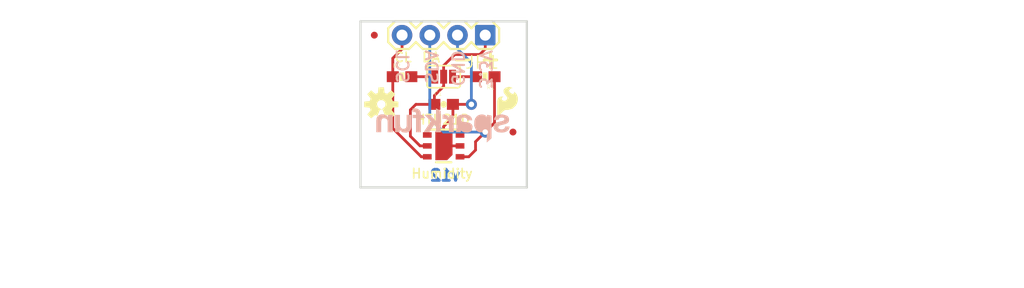
<source format=kicad_pcb>
(kicad_pcb (version 20221018) (generator pcbnew)
  (layers (0 "F.Cu" signal) (31 "B.Cu" signal) (34 "B.Paste" user) (35 "F.Paste" user) (36 "B.SilkS" user "B.Silkscreen") (37 "F.SilkS" user "F.Silkscreen") (38 "B.Mask" user) (39 "F.Mask" user) (44 "Edge.Cuts" user))
  (net 0 "")
  (net 1 "GND")
  (net 2 "SCL")
  (net 3 "SDA")
  (net 4 "3.3V")
  (net 5 "N$1")
  (net 6 "N$2")
  (footprint "working:0603-CAP" (layer "F.Cu") (at 148.5011 105.0036)
    (fp_text reference "C1" (at -0.889 -0.762) (layer "F.SilkS") (effects (font (size 0.373888 0.373888) (thickness 0.032512)) (justify left bottom)))
    (fp_text value "0.1uF")
    (fp_line (start 0 -0.0305) (end 0 0.0305) (stroke (width 0.5588)) (layer "F.SilkS"))
    (pad "1" smd rect (at -0.85 0) (size 1.1 1) (layers "F.Cu" "F.Paste" "F.Mask") (net 4 "3.3V"))
    (pad "2" smd rect (at 0.85 0) (size 1.1 1) (layers "F.Cu" "F.Paste" "F.Mask") (net 1 "GND"))
  )
  (footprint "working:SFE-LOGO-FLAME" (layer "F.Cu") (at 153.42235 106.2101)
    (fp_text reference "LOGO1" hide)
    (fp_text value "LOGO-SFESK" hide)
    (fp_poly (pts (xy 1.126002 -2.808203) (xy 1.214682 -2.78602) (xy 1.216186 -2.785543) (xy 1.227889 -2.781011) (xy 1.229039 -2.780499) (xy 1.240236 -2.774831) (xy 1.256859 -2.766576) (xy 1.275552 -2.759834) (xy 1.371694 -2.7026) (xy 1.3793 -2.7026) (xy 1.3793 -2.6772) (xy 1.306833 -2.6772) (xy 1.208418 -2.657914) (xy 1.074854 -2.495286) (xy 1.079365 -2.436824) (xy 1.12809 -2.341868) (xy 1.204665 -2.265195) (xy 1.294068 -2.200638) (xy 1.369348 -2.168823) (xy 1.450736 -2.171632) (xy 1.458864 -2.174186) (xy 1.466256 -2.177388) (xy 1.530514 -2.236956) (xy 1.5368 -2.259812) (xy 1.5368 -2.377938) (xy 1.763707 -2.148127) (xy 1.868185 -1.85684) (xy 1.871603 -1.856894) (xy 1.87806 -1.650435) (xy 1.848857 -1.45742) (xy 1.785308 -1.272842) (xy 1.6663 -1.061578) (xy 1.6663 -1.080581) (xy 1.378131 -0.80901) (xy 0.982239 -0.6985) (xy 0.753005 -0.6985) (xy 0.7162 -0.692046) (xy 0.681776 -0.679592) (xy 0.496322 -0.541784) (xy -0.0126 0.03091) (xy -0.0126 -1.52077) (xy 0.060004 -1.761967) (xy 0.168295 -1.865489) (xy 0.307122 -1.917522) (xy 0.4039 -1.925089) (xy 0.49889 -1.917661) (xy 0.499874 -1.917546) (xy 0.55991 -1.908099) (xy 0.557788 -1.884433) (xy 0.522215 -1.885242) (xy 0.501784 -1.876141) (xy 0.420519 -1.817153) (xy 0.400721 -1.79067) (xy 0.390394 -1.7285) (xy 0.400904 -1.665228) (xy 0.421404 -1.625174) (xy 0.452342 -1.592685) (xy 0.546535 -1.54355) (xy 0.652228 -1.531742) (xy 0.742768 -1.550084) (xy 0.824219 -1.589656) (xy 0.92203 -1.754659) (xy 0.907706 -1.848843) (xy 0.850911 -1.930406) (xy 0.584707 -2.263237) (xy 0.561667 -2.510855) (xy 0.627495 -2.621556) (xy 0.62862 -2.62268) (xy 0.629503 -2.623484) (xy 0.778901 -2.74712) (xy 1.032676 -2.817064)) (fill solid) (layer "F.SilkS"))
  )
  (footprint "working:MICRO-FIDUCIAL" (layer "F.Cu") (at 142.1511 98.6536)
    (fp_text reference "JP3" hide)
    (fp_text value "FIDUCIALUFIDUCIAL" hide)
    (pad "1" smd roundrect (at 0 0) (size 0.635 0.635) (layers "F.Cu" "F.Mask") (roundrect_rratio 0.5))
  )
  (footprint "working:MICRO-FIDUCIAL" (layer "F.Cu") (at 154.8511 107.5436)
    (fp_text reference "JP4" hide)
    (fp_text value "FIDUCIALUFIDUCIAL" hide)
    (pad "1" smd roundrect (at 0 0) (size 0.635 0.635) (layers "F.Cu" "F.Mask") (roundrect_rratio 0.5))
  )
  (footprint "working:1X04" (layer "F.Cu") (at 152.3111 98.6536 180)
    (fp_text reference "JP1" (at -1.3462 -1.8288 180) (layer "F.SilkS") (effects (font (size 1.143 1.143) (thickness 0.127)) (justify right top)))
    (fp_text value "")
    (fp_line (start -1.27 -0.635) (end -1.27 0.635) (stroke (width 0.2032)) (layer "F.SilkS"))
    (fp_line (start -1.27 0.635) (end -0.635 1.27) (stroke (width 0.2032)) (layer "F.SilkS"))
    (fp_line (start -0.635 -1.27) (end -1.27 -0.635) (stroke (width 0.2032)) (layer "F.SilkS"))
    (fp_line (start -0.635 -1.27) (end 0.635 -1.27) (stroke (width 0.2032)) (layer "F.SilkS"))
    (fp_line (start 0.635 -1.27) (end 1.27 -0.635) (stroke (width 0.2032)) (layer "F.SilkS"))
    (fp_line (start 0.635 1.27) (end -0.635 1.27) (stroke (width 0.2032)) (layer "F.SilkS"))
    (fp_line (start 1.27 -0.635) (end 1.905 -1.27) (stroke (width 0.2032)) (layer "F.SilkS"))
    (fp_line (start 1.27 0.635) (end 0.635 1.27) (stroke (width 0.2032)) (layer "F.SilkS"))
    (fp_line (start 1.905 -1.27) (end 3.175 -1.27) (stroke (width 0.2032)) (layer "F.SilkS"))
    (fp_line (start 1.905 1.27) (end 1.27 0.635) (stroke (width 0.2032)) (layer "F.SilkS"))
    (fp_line (start 3.175 -1.27) (end 3.81 -0.635) (stroke (width 0.2032)) (layer "F.SilkS"))
    (fp_line (start 3.175 1.27) (end 1.905 1.27) (stroke (width 0.2032)) (layer "F.SilkS"))
    (fp_line (start 3.81 -0.635) (end 4.445 -1.27) (stroke (width 0.2032)) (layer "F.SilkS"))
    (fp_line (start 3.81 0.635) (end 3.175 1.27) (stroke (width 0.2032)) (layer "F.SilkS"))
    (fp_line (start 4.445 -1.27) (end 5.715 -1.27) (stroke (width 0.2032)) (layer "F.SilkS"))
    (fp_line (start 4.445 1.27) (end 3.81 0.635) (stroke (width 0.2032)) (layer "F.SilkS"))
    (fp_line (start 5.715 -1.27) (end 6.35 -0.635) (stroke (width 0.2032)) (layer "F.SilkS"))
    (fp_line (start 5.715 1.27) (end 4.445 1.27) (stroke (width 0.2032)) (layer "F.SilkS"))
    (fp_line (start 6.35 0.635) (end 5.715 1.27) (stroke (width 0.2032)) (layer "F.SilkS"))
    (fp_line (start 6.35 0.635) (end 6.985 1.27) (stroke (width 0.2032)) (layer "F.SilkS"))
    (fp_line (start 6.985 -1.27) (end 6.35 -0.635) (stroke (width 0.2032)) (layer "F.SilkS"))
    (fp_line (start 6.985 -1.27) (end 8.255 -1.27) (stroke (width 0.2032)) (layer "F.SilkS"))
    (fp_line (start 8.255 -1.27) (end 8.89 -0.635) (stroke (width 0.2032)) (layer "F.SilkS"))
    (fp_line (start 8.255 1.27) (end 6.985 1.27) (stroke (width 0.2032)) (layer "F.SilkS"))
    (fp_line (start 8.89 -0.635) (end 8.89 0.635) (stroke (width 0.2032)) (layer "F.SilkS"))
    (fp_line (start 8.89 0.635) (end 8.255 1.27) (stroke (width 0.2032)) (layer "F.SilkS"))
    (pad "1" thru_hole rect (at 0 0 270) (size 1.8796 1.8796) (drill 1.016) (layers "*.Cu" "*.Mask") (net 4 "3.3V"))
    (pad "2" thru_hole circle (at 2.54 0 270) (size 1.8796 1.8796) (drill 1.016) (layers "*.Cu" "*.Mask") (net 1 "GND"))
    (pad "3" thru_hole circle (at 5.08 0 270) (size 1.8796 1.8796) (drill 1.016) (layers "*.Cu" "*.Mask") (net 3 "SDA"))
    (pad "4" thru_hole circle (at 7.62 0 270) (size 1.8796 1.8796) (drill 1.016) (layers "*.Cu" "*.Mask") (net 2 "SCL"))
  )
  (footprint "working:STAND-OFF" (layer "F.Cu") (at 153.5811 110.0836)
    (fp_text reference "STANDOFF1" hide)
    (fp_text value "STAND-OFF" hide)
    (pad "" np_thru_hole circle (at 0 0) (size 3.302 3.302) (drill 3.302) (layers "*.Cu" "*.Mask"))
  )
  (footprint "working:CREATIVE_COMMONS" (layer "F.Cu") (at 128.1811 121.5136)
    (fp_text reference "FRAME2" hide)
    (fp_text value "FRAME-LETTER" hide)
  )
  (footprint "working:HTU21D" (layer "F.Cu") (at 148.5011 108.8136)
    (fp_text reference "U1" (at -1.075 -1.775) (layer "F.SilkS") (effects (font (size 0.46 0.46) (thickness 0.04)) (justify left bottom)))
    (fp_text value "HTU21D")
    (fp_poly (pts (xy 0.8135 0.826303) (xy 0.326303 1.3135) (xy -0.7635 1.3135) (xy -0.7635 -1.3135) (xy 0.8135 -1.3135)) (fill solid) (layer "F.Cu"))
    (fp_line (start -1.5 -1.5) (end 1.5 -1.5) (stroke (width 0.2032)) (layer "F.SilkS"))
    (fp_line (start -0.7 1.5) (end 0.7 1.5) (stroke (width 0.2032)) (layer "F.SilkS"))
    (pad "7" smd rect (at 0 0) (size 0.2 0.2) (layers "F.Cu" "F.Paste" "F.Mask") (net 1 "GND"))
    (pad "DATA" smd rect (at 1.5 1 270) (size 0.5 0.8) (layers "F.Cu" "F.Paste" "F.Mask") (net 3 "SDA"))
    (pad "GND" smd rect (at 1.5 0 270) (size 0.5 0.8) (layers "F.Cu" "F.Paste" "F.Mask") (net 1 "GND"))
    (pad "NC@1" smd rect (at -1.5 -1 270) (size 0.5 0.8) (layers "F.Cu" "F.Paste" "F.Mask"))
    (pad "NC@6" smd rect (at 1.5 -1 270) (size 0.5 0.8) (layers "F.Cu" "F.Paste" "F.Mask"))
    (pad "SCK" smd rect (at -1.5 1 270) (size 0.5 0.8) (layers "F.Cu" "F.Paste" "F.Mask") (net 2 "SCL"))
    (pad "VDD" smd rect (at -1.5 0 270) (size 0.5 0.8) (layers "F.Cu" "F.Paste" "F.Mask") (net 4 "3.3V"))
  )
  (footprint "working:0603-RES" (layer "F.Cu") (at 144.6911 102.4636)
    (fp_text reference "R2" (at -0.889 -0.762) (layer "F.SilkS") (effects (font (size 0.373888 0.373888) (thickness 0.032512)) (justify left bottom)))
    (fp_text value "4.7k")
    (fp_poly (pts (xy -0.2286 0.381) (xy 0.2286 0.381) (xy 0.2286 -0.381) (xy -0.2286 -0.381)) (fill solid) (layer "F.SilkS"))
    (pad "1" smd rect (at -0.85 0) (size 1.1 1) (layers "F.Cu" "F.Paste" "F.Mask") (net 2 "SCL"))
    (pad "2" smd rect (at 0.85 0) (size 1.1 1) (layers "F.Cu" "F.Paste" "F.Mask") (net 6 "N$2"))
  )
  (footprint "working:SJ_3_PASTE1&2&3" (layer "F.Cu") (at 148.5011 102.4636)
    (fp_text reference "SJ1" (at -1.27 -1.27) (layer "F.SilkS") (effects (font (size 0.373888 0.373888) (thickness 0.032512)) (justify left bottom)))
    (fp_text value "")
    (fp_line (start -1.524 0.762) (end -1.524 -0.762) (stroke (width 0.1524)) (layer "F.SilkS"))
    (fp_line (start -1.27 -1.016) (end 1.27 -1.016) (stroke (width 0.1524)) (layer "F.SilkS"))
    (fp_line (start 1.27 1.016) (end -1.27 1.016) (stroke (width 0.1524)) (layer "F.SilkS"))
    (fp_line (start 1.524 0.762) (end 1.524 -0.762) (stroke (width 0.1524)) (layer "F.SilkS"))
    (fp_arc (start -1.524 -0.762) (mid -1.449605 -0.941605) (end -1.27 -1.016) (stroke (width 0.1524)) (layer "F.SilkS"))
    (fp_arc (start -1.27 1.016) (mid -1.449605 0.941605) (end -1.524 0.762) (stroke (width 0.1524)) (layer "F.SilkS"))
    (fp_arc (start 1.27 -1.016) (mid 1.449605 -0.941605) (end 1.524 -0.762) (stroke (width 0.1524)) (layer "F.SilkS"))
    (fp_arc (start 1.524 0.762) (mid 1.449605 0.941605) (end 1.27 1.016) (stroke (width 0.1524)) (layer "F.SilkS"))
    (pad "1" smd rect (at -0.8128 0) (size 0.635 1.27) (layers "F.Cu" "F.Mask") (net 6 "N$2"))
    (pad "2" smd rect (at 0 0) (size 0.635 1.27) (layers "F.Cu" "F.Mask") (net 4 "3.3V"))
    (pad "3" smd rect (at 0.8128 0) (size 0.635 1.27) (layers "F.Cu" "F.Mask") (net 5 "N$1"))
  )
  (footprint "working:0603-RES" (layer "F.Cu") (at 152.3111 102.4636 180)
    (fp_text reference "R1" (at -0.889 -0.762 180) (layer "F.SilkS") (effects (font (size 0.373888 0.373888) (thickness 0.032512)) (justify right top)))
    (fp_text value "4.7k")
    (fp_poly (pts (xy -0.2286 0.381) (xy 0.2286 0.381) (xy 0.2286 -0.381) (xy -0.2286 -0.381)) (fill solid) (layer "F.SilkS"))
    (pad "1" smd rect (at -0.85 0 180) (size 1.1 1) (layers "F.Cu" "F.Paste" "F.Mask") (net 3 "SDA"))
    (pad "2" smd rect (at 0.85 0 180) (size 1.1 1) (layers "F.Cu" "F.Paste" "F.Mask") (net 5 "N$1"))
  )
  (footprint "working:STAND-OFF" (layer "F.Cu") (at 143.4211 110.0836)
    (fp_text reference "STANDOFF2" hide)
    (fp_text value "STAND-OFF" hide)
    (pad "" np_thru_hole circle (at 0 0) (size 3.302 3.302) (drill 3.302) (layers "*.Cu" "*.Mask"))
  )
  (footprint "working:OSHW-LOGO-S" (layer "F.Cu") (at 142.7861 105.0036)
    (fp_text reference "LOGO2" hide)
    (fp_text value "OSHW-LOGOS" hide)
    (fp_poly (pts (xy 0.301646 -1.06135) (xy 0.42347 -1.022344) (xy 0.537176 -0.963768) (xy 0.92862 -1.282946) (xy 1.282946 -0.92862) (xy 0.961034 -0.533823) (xy 1.057045 -0.302084) (xy 1.5638 -0.250561) (xy 1.5638 0.250561) (xy 1.057045 0.302084) (xy 0.961034 0.533823) (xy 1.282946 0.92862) (xy 0.92862 1.282946) (xy 0.537177 0.963769) (xy 0.356601 1.056794) (xy 0.088679 0.410073) (xy 0.326262 0.217599) (xy 0.373649 0.121467) (xy 0.392728 0.010339) (xy 0.379464 -0.101633) (xy 0.334947 -0.205228) (xy 0.262841 -0.291917) (xy 0.169087 -0.35456) (xy 0.061406 -0.387998) (xy -0.051341 -0.38948) (xy -0.159867 -0.358881) (xy -0.255233 -0.298724) (xy -0.329589 -0.213961) (xy -0.376813 -0.111569) (xy -0.392175 -0.005766) (xy -0.322922 0.222564) (xy -0.249312 0.303772) (xy 0.091677 0.5081) (xy -0.12929 0.5081) (xy -0.355332 1.053732) (xy -0.503776 0.984886) (xy -0.5093 0.98204) (xy -0.538921 0.965192) (xy -0.92862 1.282946) (xy -1.282946 0.92862) (xy -0.961034 0.533823) (xy -1.057045 0.302084) (xy -1.5638 0.250561) (xy -1.5638 -0.250561) (xy -1.057045 -0.302084) (xy -0.961034 -0.533823) (xy -1.282946 -0.92862) (xy -0.92862 -1.282946) (xy -0.533823 -0.961034) (xy -0.302084 -1.057045) (xy -0.250561 -1.5638) (xy 0.250561 -1.5638)) (fill solid) (layer "F.SilkS"))
  )
  (footprint "working:SFE-NEW-WEB" (layer "B.Cu") (at 154.5336 108.4961 180)
    (fp_text reference "JP2" hide)
    (fp_text value "LOGO-SFENW2" hide)
    (fp_line (start 10.7163 0.9449) (end 10.7163 2.5171) (stroke (width 0.0254)) (layer "B.SilkS"))
    (fp_line (start 10.7163 2.5171) (end 11.1201 2.5171) (stroke (width 0.0254)) (layer "B.SilkS"))
    (fp_line (start 11.1201 2.2962) (end 11.1277 2.2962) (stroke (width 0.0254)) (layer "B.SilkS"))
    (fp_line (start 11.1201 2.5171) (end 11.1201 2.2962) (stroke (width 0.0254)) (layer "B.SilkS"))
    (fp_line (start 11.1379 0.9449) (end 10.7163 0.9449) (stroke (width 0.0254)) (layer "B.SilkS"))
    (fp_line (start 11.1379 1.8136) (end 11.1379 0.9449) (stroke (width 0.0254)) (layer "B.SilkS"))
    (fp_line (start 11.7729 0.955) (end 11.7729 1.9202) (stroke (width 0.0254)) (layer "B.SilkS"))
    (fp_line (start 12.1818 0.955) (end 11.7729 0.955) (stroke (width 0.0254)) (layer "B.SilkS"))
    (fp_line (start 12.1818 2.0091) (end 12.1818 0.955) (stroke (width 0.0254)) (layer "B.SilkS"))
    (fp_arc (start 11.1277 2.2962) (mid 11.137379 2.298176) (end 11.1455 2.3038) (stroke (width 0.0254)) (layer "B.SilkS"))
    (fp_arc (start 11.1379 1.8821) (mid 11.137681 1.84785) (end 11.1379 1.8136) (stroke (width 0.0254)) (layer "B.SilkS"))
    (fp_arc (start 11.1455 2.3038) (mid 11.152103 2.311188) (end 11.1582 2.319) (stroke (width 0.0254)) (layer "B.SilkS"))
    (fp_arc (start 11.1684 2.0396) (mid 11.146105 1.962214) (end 11.1379 1.8821) (stroke (width 0.0254)) (layer "B.SilkS"))
    (fp_arc (start 11.1862 2.3571) (mid 11.172158 2.338081) (end 11.1582 2.319) (stroke (width 0.0254)) (layer "B.SilkS"))
    (fp_arc (start 11.2598 2.1692) (mid 11.206137 2.110016) (end 11.1684 2.0396) (stroke (width 0.0254)) (layer "B.SilkS"))
    (fp_arc (start 11.2725 2.446) (mid 11.226399 2.404414) (end 11.1862 2.3571) (stroke (width 0.0254)) (layer "B.SilkS"))
    (fp_arc (start 11.4198 2.2327) (mid 11.334441 2.214452) (end 11.259799 2.1692) (stroke (width 0.0254)) (layer "B.SilkS"))
    (fp_arc (start 11.4198 2.2327) (mid 11.475702 2.235165) (end 11.5316 2.2377) (stroke (width 0.0254)) (layer "B.SilkS"))
    (fp_arc (start 11.5672 2.5552) (mid 11.411238 2.523841) (end 11.2725 2.446) (stroke (width 0.0254)) (layer "B.SilkS"))
    (fp_arc (start 11.5976 2.2276) (mid 11.565101 2.235925) (end 11.5316 2.2377) (stroke (width 0.0254)) (layer "B.SilkS"))
    (fp_arc (start 11.7145 2.1311) (mid 11.664346 2.1894) (end 11.5976 2.2276) (stroke (width 0.0254)) (layer "B.SilkS"))
    (fp_arc (start 11.7678 2.5502) (mid 11.667584 2.556058) (end 11.5672 2.5552) (stroke (width 0.0254)) (layer "B.SilkS"))
    (fp_arc (start 11.7729 1.9202) (mid 11.758038 2.02962) (end 11.7145 2.1311) (stroke (width 0.0254)) (layer "B.SilkS"))
    (fp_arc (start 12.0345 2.425699) (mid 11.911985 2.51116) (end 11.7678 2.5502) (stroke (width 0.0254)) (layer "B.SilkS"))
    (fp_arc (start 12.1488 2.232699) (mid 12.104013 2.336521) (end 12.0345 2.4257) (stroke (width 0.0254)) (layer "B.SilkS"))
    (fp_arc (start 12.1818 2.0091) (mid 12.172765 2.122002) (end 12.1488 2.2327) (stroke (width 0.0254)) (layer "B.SilkS"))
    (fp_poly (pts (xy 6.7335 1.97376) (xy 7.284539 2.5248) (xy 7.78835 2.5248) (xy 7.197008 1.946482) (xy 7.869909 0.937183) (xy 7.330929 0.939835) (xy 6.903958 1.643715) (xy 6.7386 1.483032) (xy 6.7386 0.9296) (xy 6.306639 0.9296) (xy 6.2941 0.942139) (xy 6.2941 2.887776) (xy 6.7335 3.138467)) (fill solid) (layer "B.SilkS"))
    (fp_poly (pts (xy 6.1316 2.557116) (xy 6.1316 2.1463) (xy 6.1163 2.1463) (xy 6.115268 2.146342) (xy 6.10653 2.147054) (xy 6.098024 2.149178) (xy 6.097763 2.149246) (xy 6.068387 2.157246) (xy 6.038921 2.161538) (xy 5.96265 2.164739) (xy 5.887609 2.161589) (xy 5.731931 2.107297) (xy 5.637641 2.01865) (xy 5.577301 1.903423) (xy 5.5499 1.736362) (xy 5.5499 0.9423) (xy 5.107878 0.9423) (xy 5.110519 2.454146) (xy 5.522 2.527255) (xy 5.522 2.23421) (xy 5.526568 2.235703) (xy 5.544428 2.262537) (xy 5.578841 2.314524) (xy 5.613758 2.367854) (xy 5.686736 2.438162) (xy 5.778008 2.498223) (xy 5.979984 2.565515)) (fill solid) (layer "B.SilkS"))
    (fp_poly (pts (xy 8.743523 3.124173) (xy 8.809545 3.119888) (xy 8.875117 3.1166) (xy 8.89 3.1166) (xy 8.89 2.7889) (xy 8.8697 2.7889) (xy 8.868526 2.788954) (xy 8.841108 2.7915) (xy 8.660351 2.7915) (xy 8.587936 2.740064) (xy 8.571191 2.699601) (xy 8.5649 2.653436) (xy 8.5649 2.5273) (xy 8.8621 2.5273) (xy 8.8621 2.2352) (xy 8.5623 2.2352) (xy 8.5623 0.9322) (xy 8.1204 0.9322) (xy 8.1204 2.232779) (xy 7.70383 2.235391) (xy 7.995739 2.5273) (xy 8.1255 2.5273) (xy 8.1255 2.5603) (xy 8.125543 2.56135) (xy 8.143432 2.77702) (xy 8.219199 2.938937) (xy 8.324367 3.032939) (xy 8.449534 3.095959) (xy 8.586403 3.1242) (xy 8.7427 3.1242)) (fill solid) (layer "B.SilkS"))
    (fp_poly (pts (xy 9.4234 1.520808) (xy 9.472887 1.359973) (xy 9.516069 1.308184) (xy 9.573108 1.271734) (xy 9.714102 1.241373) (xy 9.853529 1.268907) (xy 10.003067 1.442966) (xy 10.033 1.684784) (xy 10.033 2.5273) (xy 10.48 2.5273) (xy 10.48 0.9398) (xy 10.0533 0.9398) (xy 10.0533 1.159712) (xy 9.961626 1.051965) (xy 9.823848 0.946774) (xy 9.797269 0.933513) (xy 9.76873 0.924761) (xy 9.46843 0.899096) (xy 9.311419 0.929258) (xy 9.173895 1.0008) (xy 9.172522 1.0008) (xy 9.155724 1.014329) (xy 9.154713 1.015236) (xy 9.141833 1.028106) (xy 9.055991 1.150842) (xy 9.0022 1.291099) (xy 8.984095 1.438652) (xy 8.984 1.440199) (xy 8.984 2.5324) (xy 9.4234 2.5324)) (fill solid) (layer "B.SilkS"))
    (fp_poly (pts (xy 11.770768 2.56283) (xy 12.043428 2.435548) (xy 12.160999 2.237024) (xy 12.1945 2.010032) (xy 12.1945 0.9423) (xy 11.7602 0.9423) (xy 11.7602 1.918473) (xy 11.703019 2.124971) (xy 11.656141 2.179463) (xy 11.593344 2.215403) (xy 11.53092 2.224956) (xy 11.476277 2.222478) (xy 11.422494 2.220106) (xy 11.267999 2.15879) (xy 11.180349 2.034508) (xy 11.1506 1.880883) (xy 11.1506 0.9322) (xy 10.7036 0.9322) (xy 10.7036 2.5298) (xy 11.1328 2.5298) (xy 11.1328 2.310453) (xy 11.136857 2.313263) (xy 11.148195 2.326833) (xy 11.161908 2.345579) (xy 11.175983 2.364643) (xy 11.176522 2.365323) (xy 11.216722 2.412637) (xy 11.217893 2.413844) (xy 11.265048 2.456381) (xy 11.406772 2.535896) (xy 11.566093 2.567932)) (fill solid) (layer "B.SilkS"))
    (fp_poly (pts (xy 0.802703 2.5679) (xy 0.803864 2.567837) (xy 0.944243 2.553799) (xy 1.081508 2.516334) (xy 1.193542 2.461399) (xy 1.291841 2.383865) (xy 1.357039 2.297824) (xy 1.376854 2.258032) (xy 1.377249 2.25716) (xy 1.393563 2.217089) (xy 1.393735 2.216642) (xy 1.417283 2.151914) (xy 1.353784 2.105111) (xy 1.152335 2.254241) (xy 0.736495 2.387001) (xy 0.372562 2.2771) (xy 0.417884 2.019711) (xy 1.241556 1.540676) (xy 1.263422 1.497067) (xy 1.147655 1.152457) (xy 0.724605 1.058492) (xy -0.038666 1.4605) (xy 0.4115 1.4605) (xy 0.4115 1.443465) (xy 0.420401 1.369907) (xy 0.454647 1.305856) (xy 0.524203 1.243358) (xy 0.610838 1.206018) (xy 0.637726 1.200933) (xy 0.665995 1.198896) (xy 0.732897 1.198388) (xy 0.797909 1.198884) (xy 0.968128 1.258018) (xy 1.007665 1.302192) (xy 1.028603 1.358428) (xy 1.025789 1.425438) (xy 0.995864 1.485288) (xy 0.943734 1.527918) (xy 0.71543 1.60573) (xy 0.533478 1.644087) (xy 0.532848 1.644237) (xy 0.351479 1.692254) (xy 0.230117 1.743632) (xy 0.122357 1.822697) (xy 0.0457 1.960096) (xy 0.0457 1.96314) (xy 0.038572 2.135467) (xy 0.0838 2.300408) (xy 0.0838 2.303445) (xy 0.206233 2.444416) (xy 0.620397 2.567885) (xy 0.712347 2.568634)) (fill solid) (layer "B.SilkS"))
    (fp_poly (pts (xy 1.201557 2.290098) (xy 1.414074 2.156268) (xy 1.42383 2.065) (xy 1.01008 2.065) (xy 1.00135 2.126335) (xy 0.936084 2.220524) (xy 0.871817 2.257602) (xy 0.798545 2.2758) (xy 0.628591 2.2758) (xy 0.583991 2.267366) (xy 0.54164 2.251682) (xy 0.51157 2.232098) (xy 0.488614 2.205726) (xy 0.469153 2.152744) (xy 0.474604 2.097619) (xy 0.521548 2.031823) (xy 0.664468 1.962838) (xy 0.866088 1.922554) (xy 0.867175 1.922286) (xy 1.206678 1.822687) (xy 1.354318 1.729494) (xy 1.389578 1.692366) (xy 1.416579 1.648151) (xy 1.458164 1.45004) (xy 1.461145 1.449965) (xy 1.457832 1.384821) (xy 1.457791 1.384262) (xy 1.452657 1.33034) (xy 1.371775 1.140043) (xy 1.14885 0.969822) (xy 1.013381 0.927267) (xy 0.747897 0.904247) (xy 0.746261 0.904211) (xy 0.617723 0.909676) (xy 0.617044 0.909724) (xy 0.487493 0.922202) (xy 0.306845 0.984179) (xy 0.185213 1.061804) (xy 0.109225 1.132023) (xy 0.056988 1.2215) (xy 0.013059 1.350644) (xy 0.002689 1.410015) (xy 0.002531 1.41131) (xy -0.00152 1.469003) (xy 0.738194 1.103079) (xy 1.120535 1.189414) (xy 1.224068 1.497644) (xy 0.809224 1.723648) (xy 0.808803 1.723888) (xy 0.364394 1.98847) (xy 0.308075 2.310537) (xy 0.741882 2.423672)) (fill solid) (layer "B.SilkS"))
    (fp_poly (pts (xy 2.834651 2.506079) (xy 2.926361 2.451108) (xy 2.927717 2.450171) (xy 3.011605 2.383731) (xy 3.1267 2.221708) (xy 3.1267 2.263503) (xy 3.219434 1.972794) (xy 3.236098 1.526727) (xy 3.068933 1.135798) (xy 2.975978 1.041462) (xy 2.864973 0.970996) (xy 2.740356 0.92713) (xy 2.372577 0.922001) (xy 2.370226 0.922) (xy 2.254471 0.962806) (xy 2.0828 1.127587) (xy 2.0828 -0.010757) (xy 1.6434 0.385552) (xy 1.6434 2.45912) (xy 2.057593 2.537568) (xy 2.055012 2.330537) (xy 2.068249 2.345284) (xy 2.15812 2.442839) (xy 2.234107 2.497896) (xy 2.368681 2.552194) (xy 2.419192 2.562883) (xy 2.620347 2.565422)) (fill solid) (layer "B.SilkS"))
    (fp_poly (pts (xy 4.444983 2.544915) (xy 4.588724 2.501712) (xy 4.72259 2.430523) (xy 4.844814 2.271666) (xy 4.859671 2.1819) (xy 4.8616 2.1819) (xy 4.8616 1.6891) (xy 4.864173 1.6891) (xy 4.861602 1.242543) (xy 4.871819 1.108764) (xy 4.906708 0.979275) (xy 4.920484 0.9423) (xy 4.495275 0.9423) (xy 4.477494 0.951279) (xy 4.472037 0.970612) (xy 4.47197 0.970859) (xy 4.468311 0.984897) (xy 4.468197 0.985371) (xy 4.446292 1.084946) (xy 4.440321 1.089528) (xy 4.438945 1.088886) (xy 4.309064 0.98859) (xy 4.153188 0.927249) (xy 3.824183 0.906712) (xy 3.683825 0.938256) (xy 3.554173 1.000134) (xy 3.486826 1.05665) (xy 3.437273 1.130532) (xy 3.3807 1.444163) (xy 3.3807 1.446675) (xy 3.401941 1.543624) (xy 3.446308 1.632822) (xy 3.527788 1.722902) (xy 3.632416 1.784766) (xy 3.936395 1.861415) (xy 3.938143 1.861727) (xy 4.0486 1.873596) (xy 4.159031 1.884616) (xy 4.224807 1.893434) (xy 4.289167 1.907055) (xy 4.33627 1.923636) (xy 4.379043 1.948302) (xy 4.40746 1.97439) (xy 4.413401 1.982996) (xy 4.4171 1.991454) (xy 4.4171 2.14983) (xy 4.358225 2.232254) (xy 4.254395 2.270917) (xy 4.188032 2.274325) (xy 4.120967 2.275774) (xy 4.006678 2.25395) (xy 3.883048 2.131716) (xy 3.8659 2.045941) (xy 3.8659 2.0295) (xy 3.429 2.0295) (xy 3.429 2.040006) (xy 3.418965 2.041638) (xy 3.439259 2.166448) (xy 3.491292 2.283494) (xy 3.571378 2.383462) (xy 3.674008 2.459597) (xy 3.791998 2.513469) (xy 3.916944 2.547448) (xy 4.18103 2.571338)) (fill solid) (layer "B.SilkS"))
  )
  (gr_line (start 140.8811 112.6236) (end 156.1211 112.6236) (stroke (width 0.2032)) (layer "Edge.Cuts"))
  (gr_line (start 156.1211 112.6236) (end 156.1211 97.3836) (stroke (width 0.2032)) (layer "Edge.Cuts"))
  (gr_line (start 156.1211 97.3836) (end 140.8811 97.3836) (stroke (width 0.2032)) (layer "Edge.Cuts"))
  (gr_line (start 140.8811 97.3836) (end 140.8811 112.6236) (stroke (width 0.2032)) (layer "Edge.Cuts"))
  (gr_text "v12" (at 150.1521 112.1156) (layer "B.Cu") (effects (font (size 1.016 1.016) (thickness 0.254)) (justify left bottom mirror)))
  (gr_text "GND" (at 150.4061 99.9236 -90) (layer "B.SilkS") (effects (font (size 1.0795 1.0795) (thickness 0.1905)) (justify right top mirror)))
  (gr_text "SCL" (at 145.3261 99.9236 -90) (layer "B.SilkS") (effects (font (size 1.0795 1.0795) (thickness 0.1905)) (justify right top mirror)))
  (gr_text "3.3V" (at 152.9461 99.9236 -90) (layer "B.SilkS") (effects (font (size 1.0795 1.0795) (thickness 0.1905)) (justify right top mirror)))
  (gr_text "SDA" (at 147.9931 99.9236 -90) (layer "B.SilkS") (effects (font (size 1.0795 1.0795) (thickness 0.1905)) (justify right top mirror)))
  (gr_text "DA" (at 146.43735 101.1936) (layer "F.SilkS") (effects (font (size 0.8636 0.8636) (thickness 0.1524)) (justify left bottom)))
  (gr_text "Humidity" (at 145.4531 111.8616) (layer "F.SilkS") (effects (font (size 0.8636 0.8636) (thickness 0.1524)) (justify left bottom)))
  (gr_text "CL" (at 143.89735 101.1936) (layer "F.SilkS") (effects (font (size 0.8636 0.8636) (thickness 0.1524)) (justify left bottom)))
  (gr_text "-" (at 149.1361 101.7016) (layer "F.SilkS") (effects (font (size 1.5113 1.5113) (thickness 0.2667)) (justify left bottom)))
  (gr_text "+" (at 151.6761 101.7016) (layer "F.SilkS") (effects (font (size 1.5113 1.5113) (thickness 0.2667)) (justify left bottom)))
  (gr_text "HTU21D" (at 145.8341 106.9086) (layer "F.SilkS") (effects (font (size 0.8636 0.8636) (thickness 0.1524)) (justify left bottom)))
  (segment (start 150.0011 108.8136) (end 148.5011 108.8136) (width 0.254) (layer "F.Cu") (net 1))
  (segment (start 151.0411 105.0036) (end 149.3511 105.0036) (width 0.254) (layer "F.Cu") (net 1))
  (segment (start 148.5011 107.0356) (end 149.3511 106.1856) (width 0.254) (layer "F.Cu") (net 1))
  (segment (start 148.5011 108.8136) (end 148.5011 107.0356) (width 0.254) (layer "F.Cu") (net 1))
  (segment (start 149.3511 105.0036) (end 149.3511 106.1856) (width 0.254) (layer "F.Cu") (net 1))
  (via (at 151.0411 105.0036) (size 1.016) (drill 0.508) (layers "F.Cu" "B.Cu") (net 1))
  (segment (start 149.7711 99.9236) (end 151.0411 101.1936) (width 0.254) (layer "B.Cu") (net 1))
  (segment (start 149.7711 98.6536) (end 149.7711 99.9236) (width 0.254) (layer "B.Cu") (net 1))
  (segment (start 151.0411 101.1936) (end 151.0411 105.0036) (width 0.254) (layer "B.Cu") (net 1))
  (segment (start 143.8411 102.4636) (end 143.8411 100.7736) (width 0.254) (layer "F.Cu") (net 2))
  (segment (start 147.0011 109.8136) (end 146.4531 109.8136) (width 0.254) (layer "F.Cu") (net 2))
  (segment (start 146.4531 109.8136) (end 143.8411 107.2016) (width 0.254) (layer "F.Cu") (net 2))
  (segment (start 144.6911 98.6536) (end 144.6911 99.9236) (width 0.254) (layer "F.Cu") (net 2))
  (segment (start 143.8411 102.4636) (end 143.8411 107.2016) (width 0.254) (layer "F.Cu") (net 2))
  (segment (start 143.8411 100.7736) (end 144.6911 99.9236) (width 0.254) (layer "F.Cu") (net 2))
  (segment (start 151.4221 109.1946) (end 151.4221 108.4326) (width 0.254) (layer "F.Cu") (net 3))
  (segment (start 150.0011 109.8136) (end 150.8031 109.8136) (width 0.254) (layer "F.Cu") (net 3))
  (segment (start 153.1611 102.4636) (end 153.1611 106.6936) (width 0.254) (layer "F.Cu") (net 3))
  (segment (start 150.8031 109.8136) (end 151.4221 109.1946) (width 0.254) (layer "F.Cu") (net 3))
  (segment (start 153.1611 106.6936) (end 152.3111 107.5436) (width 0.254) (layer "F.Cu") (net 3))
  (segment (start 151.4221 108.4326) (end 152.3111 107.5436) (width 0.254) (layer "F.Cu") (net 3))
  (via (at 152.3111 107.5436) (size 1.016) (drill 0.508) (layers "F.Cu" "B.Cu") (net 3))
  (segment (start 147.2311 106.2736) (end 148.5011 107.5436) (width 0.254) (layer "B.Cu") (net 3))
  (segment (start 147.2311 98.6536) (end 147.2311 106.2736) (width 0.254) (layer "B.Cu") (net 3))
  (segment (start 148.5011 107.5436) (end 152.3111 107.5436) (width 0.254) (layer "B.Cu") (net 3))
  (segment (start 151.8031 100.4316) (end 152.3111 99.9236) (width 0.254) (layer "F.Cu") (net 4))
  (segment (start 145.4531 105.5116) (end 145.9611 105.0036) (width 0.254) (layer "F.Cu") (net 4))
  (segment (start 148.5011 102.4636) (end 148.5011 101.4476) (width 0.254) (layer "F.Cu") (net 4))
  (segment (start 148.5011 102.4636) (end 148.5011 103.3526) (width 0.254) (layer "F.Cu") (net 4))
  (segment (start 145.9611 105.0036) (end 147.6511 105.0036) (width 0.254) (layer "F.Cu") (net 4))
  (segment (start 148.5011 103.3526) (end 147.6511 104.2026) (width 0.254) (layer "F.Cu") (net 4))
  (segment (start 147.0011 108.8136) (end 146.3421 108.8136) (width 0.254) (layer "F.Cu") (net 4))
  (segment (start 152.3111 98.6536) (end 152.3111 99.9236) (width 0.254) (layer "F.Cu") (net 4))
  (segment (start 147.6511 105.0036) (end 147.6511 104.2026) (width 0.254) (layer "F.Cu") (net 4))
  (segment (start 148.5011 101.4476) (end 149.5171 100.4316) (width 0.254) (layer "F.Cu") (net 4))
  (segment (start 145.4531 107.9246) (end 145.4531 105.5116) (width 0.254) (layer "F.Cu") (net 4))
  (segment (start 146.3421 108.8136) (end 145.4531 107.9246) (width 0.254) (layer "F.Cu") (net 4))
  (segment (start 149.5171 100.4316) (end 151.8031 100.4316) (width 0.254) (layer "F.Cu") (net 4))
  (segment (start 149.3139 102.4636) (end 151.4611 102.4636) (width 0.254) (layer "F.Cu") (net 5))
  (segment (start 145.5411 102.4636) (end 147.6883 102.4636) (width 0.254) (layer "F.Cu") (net 6))
)
</source>
